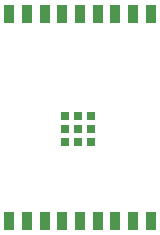
<source format=gtp>
G04 #@! TF.GenerationSoftware,KiCad,Pcbnew,7.0.1*
G04 #@! TF.CreationDate,2023-06-18T22:29:12+02:00*
G04 #@! TF.ProjectId,morsinator-3000,6d6f7273-696e-4617-946f-722d33303030,rev?*
G04 #@! TF.SameCoordinates,Original*
G04 #@! TF.FileFunction,Paste,Top*
G04 #@! TF.FilePolarity,Positive*
%FSLAX46Y46*%
G04 Gerber Fmt 4.6, Leading zero omitted, Abs format (unit mm)*
G04 Created by KiCad (PCBNEW 7.0.1) date 2023-06-18 22:29:12*
%MOMM*%
%LPD*%
G01*
G04 APERTURE LIST*
%ADD10R,0.900000X1.500000*%
%ADD11R,0.700000X0.700000*%
G04 APERTURE END LIST*
D10*
G04 #@! TO.C,U2*
X180910000Y-57750000D03*
X179410000Y-57750000D03*
X177910000Y-57750000D03*
X176410000Y-57750000D03*
X174910000Y-57750000D03*
X173410000Y-57750000D03*
X171910000Y-57750000D03*
X170410000Y-57750000D03*
X168910000Y-57750000D03*
X168910000Y-75250000D03*
X170410000Y-75250000D03*
X171910000Y-75250000D03*
X173410000Y-75250000D03*
X174910000Y-75250000D03*
X176410000Y-75250000D03*
X177910000Y-75250000D03*
X179410000Y-75250000D03*
X180910000Y-75250000D03*
D11*
X174710000Y-67460000D03*
X174710000Y-68560000D03*
X175810000Y-68560000D03*
X175810000Y-67460000D03*
X175810000Y-66360000D03*
X174710000Y-66360000D03*
X173610000Y-66360000D03*
X173610000Y-67460000D03*
X173610000Y-68560000D03*
G04 #@! TD*
M02*

</source>
